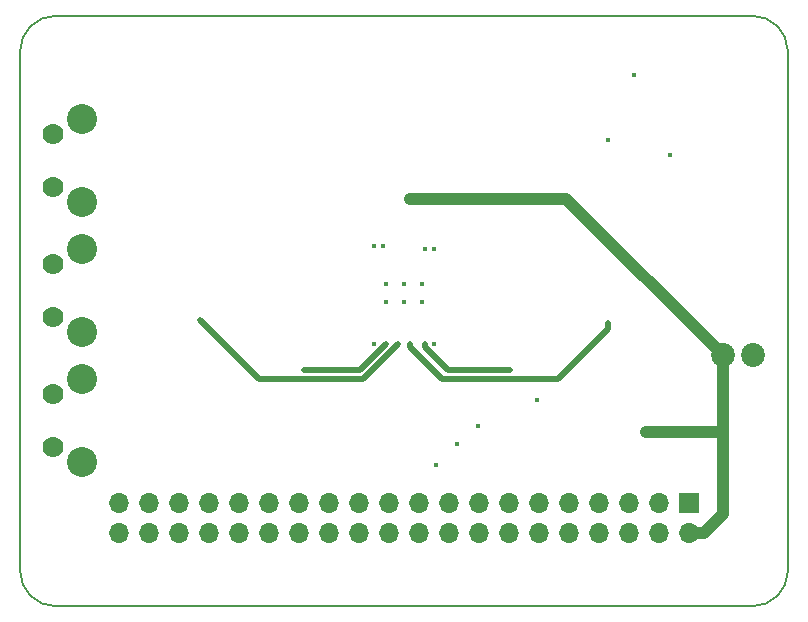
<source format=gbr>
G04 #@! TF.GenerationSoftware,KiCad,Pcbnew,(5.1.5-0)*
G04 #@! TF.CreationDate,2021-01-19T14:56:57-08:00*
G04 #@! TF.ProjectId,Luminometer_RPi,4c756d69-6e6f-46d6-9574-65725f525069,rev?*
G04 #@! TF.SameCoordinates,Original*
G04 #@! TF.FileFunction,Copper,L2,Inr*
G04 #@! TF.FilePolarity,Positive*
%FSLAX46Y46*%
G04 Gerber Fmt 4.6, Leading zero omitted, Abs format (unit mm)*
G04 Created by KiCad (PCBNEW (5.1.5-0)) date 2021-01-19 14:56:57*
%MOMM*%
%LPD*%
G04 APERTURE LIST*
%ADD10C,0.150000*%
%ADD11O,1.700000X1.700000*%
%ADD12R,1.700000X1.700000*%
%ADD13C,0.380000*%
%ADD14C,1.778000*%
%ADD15C,2.540000*%
%ADD16C,2.020000*%
%ADD17C,0.400000*%
%ADD18C,1.000000*%
%ADD19C,0.500000*%
G04 APERTURE END LIST*
D10*
X109500000Y-111500000D02*
G75*
G02X106500000Y-108500000I0J3000000D01*
G01*
X171500000Y-108500000D02*
G75*
G02X168500000Y-111500000I-3000000J0D01*
G01*
X168500000Y-61500000D02*
G75*
G02X171500000Y-64500000I0J-3000000D01*
G01*
X106500000Y-64500000D02*
G75*
G02X109500000Y-61500000I3000000J0D01*
G01*
X106500000Y-108500000D02*
X106500000Y-64500000D01*
X168500000Y-111500000D02*
X109500000Y-111500000D01*
X171500000Y-64500000D02*
X171500000Y-108500000D01*
X109500000Y-61500000D02*
X168500000Y-61500000D01*
D11*
X114867000Y-105275600D03*
X114867000Y-102735600D03*
X132647000Y-105275600D03*
X132647000Y-102735600D03*
X137727000Y-105275600D03*
X137727000Y-102735600D03*
X127567000Y-105275600D03*
X127567000Y-102735600D03*
X155507000Y-105275600D03*
X155507000Y-102735600D03*
X125027000Y-105275600D03*
X125027000Y-102735600D03*
X142807000Y-105275600D03*
X142807000Y-102735600D03*
X119947000Y-105275600D03*
X119947000Y-102735600D03*
X122487000Y-105275600D03*
X122487000Y-102735600D03*
X117407000Y-105275600D03*
X117407000Y-102735600D03*
X140267000Y-105275600D03*
X140267000Y-102735600D03*
X152967000Y-105275600D03*
X152967000Y-102735600D03*
X147887000Y-105275600D03*
X147887000Y-102735600D03*
X130107000Y-105275600D03*
X130107000Y-102735600D03*
X150427000Y-105275600D03*
X150427000Y-102735600D03*
X135187000Y-105275600D03*
X135187000Y-102735600D03*
D12*
X163127000Y-102735600D03*
D11*
X163127000Y-105275600D03*
X158047000Y-102735600D03*
X160587000Y-105275600D03*
X145347000Y-105275600D03*
X145347000Y-102735600D03*
X160587000Y-102735600D03*
X158047000Y-105275600D03*
D13*
X140500000Y-85750000D03*
X139000000Y-85750000D03*
X137500000Y-85750000D03*
X140500000Y-84250000D03*
X139000000Y-84250000D03*
X137500000Y-84250000D03*
D14*
X109250000Y-93500000D03*
X109250000Y-98000000D03*
D15*
X111750000Y-92250000D03*
X111750000Y-99250000D03*
D14*
X109250000Y-82500000D03*
X109250000Y-87000000D03*
D15*
X111750000Y-81250000D03*
X111750000Y-88250000D03*
D14*
X109250000Y-71500000D03*
X109250000Y-76000000D03*
D15*
X111750000Y-70250000D03*
X111750000Y-77250000D03*
D16*
X168540000Y-90250000D03*
X166000000Y-90250000D03*
D17*
X159500000Y-96750000D03*
X139500000Y-77000000D03*
X161500000Y-73250000D03*
X156250000Y-72000000D03*
X158500000Y-66500000D03*
X150250000Y-94000000D03*
X141750000Y-99500000D03*
X143500000Y-97750000D03*
X145250000Y-96250000D03*
X136500000Y-89250000D03*
X141500000Y-89250000D03*
X137250000Y-81000000D03*
X136500000Y-81000000D03*
X140750000Y-81250000D03*
X141500000Y-81250000D03*
X137500000Y-89250000D03*
X130500000Y-91500000D03*
X140750000Y-89250000D03*
X148000000Y-91500000D03*
X139500000Y-89250000D03*
X156250000Y-87500000D03*
X138500000Y-89250000D03*
X121750000Y-87250000D03*
D18*
X166000000Y-103644981D02*
X164366981Y-105278000D01*
X164366981Y-105278000D02*
X163164900Y-105278000D01*
X166000000Y-96750000D02*
X166000000Y-103644981D01*
X166000000Y-90250000D02*
X166000000Y-96750000D01*
X152750000Y-77000000D02*
X139500000Y-77000000D01*
X166000000Y-90250000D02*
X152750000Y-77000000D01*
X159500000Y-96750000D02*
X166000000Y-96750000D01*
D19*
X135250000Y-91500000D02*
X137500000Y-89250000D01*
X130500000Y-91500000D02*
X135250000Y-91500000D01*
X140750000Y-89532842D02*
X140750000Y-89250000D01*
X142717158Y-91500000D02*
X140750000Y-89532842D01*
X148000000Y-91500000D02*
X142717158Y-91500000D01*
X139500000Y-89532842D02*
X139500000Y-89250000D01*
X142217158Y-92250000D02*
X139500000Y-89532842D01*
X156250000Y-88000000D02*
X152000000Y-92250000D01*
X152000000Y-92250000D02*
X142217158Y-92250000D01*
X156250000Y-87500000D02*
X156250000Y-88000000D01*
X138500000Y-89250000D02*
X135500000Y-92250000D01*
X126750000Y-92250000D02*
X121750000Y-87250000D01*
X135500000Y-92250000D02*
X126750000Y-92250000D01*
M02*

</source>
